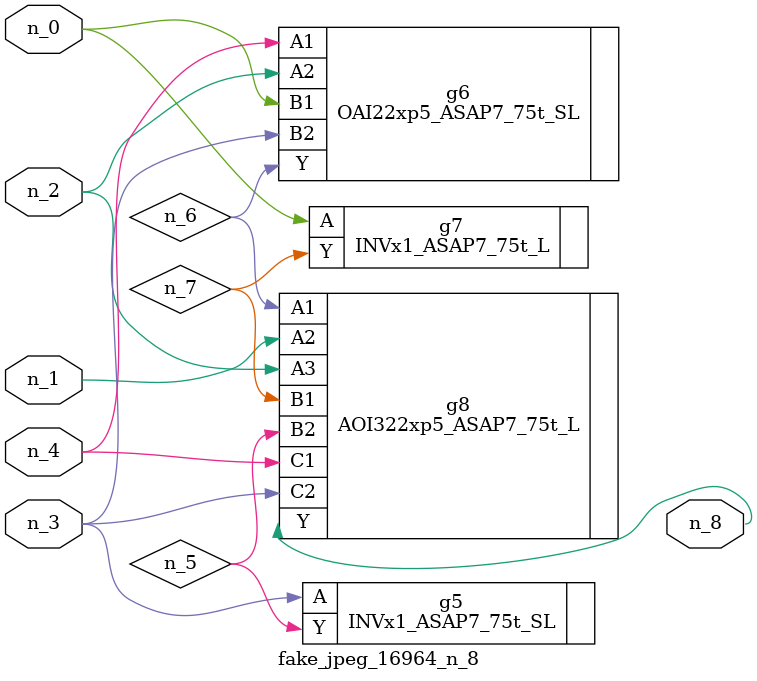
<source format=v>
module fake_jpeg_16964_n_8 (n_3, n_2, n_1, n_0, n_4, n_8);

input n_3;
input n_2;
input n_1;
input n_0;
input n_4;

output n_8;

wire n_6;
wire n_5;
wire n_7;

INVx1_ASAP7_75t_SL g5 ( 
.A(n_3),
.Y(n_5)
);

OAI22xp5_ASAP7_75t_SL g6 ( 
.A1(n_4),
.A2(n_2),
.B1(n_0),
.B2(n_3),
.Y(n_6)
);

INVx1_ASAP7_75t_L g7 ( 
.A(n_0),
.Y(n_7)
);

AOI322xp5_ASAP7_75t_L g8 ( 
.A1(n_6),
.A2(n_1),
.A3(n_2),
.B1(n_7),
.B2(n_5),
.C1(n_4),
.C2(n_3),
.Y(n_8)
);


endmodule
</source>
